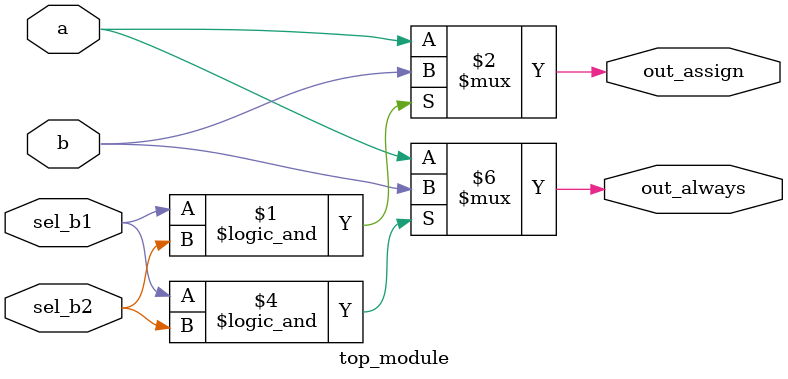
<source format=sv>
module top_module (
    input a,
    input b,
    input sel_b1,
    input sel_b2,
    output out_assign,
    output reg out_always
);

// Using assign statements
assign out_assign = (sel_b1 && sel_b2) ? b : a;

// Using procedural if statement
always @(*) begin
    if (sel_b1 && sel_b2)
        out_always = b;
    else
        out_always = a;
end

endmodule

</source>
